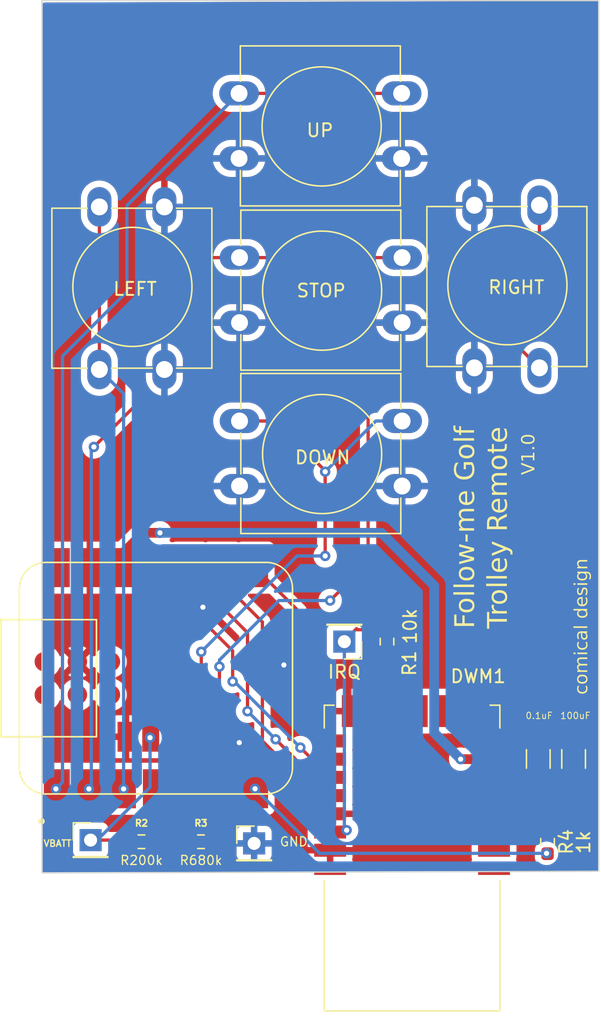
<source format=kicad_pcb>
(kicad_pcb (version 20221018) (generator pcbnew)
  (layers (0 "F.Cu" signal) (31 "B.Cu" signal) (34 "B.Paste" user) (35 "F.Paste" user) (36 "B.SilkS" user "B.Silkscreen") (37 "F.SilkS" user "F.Silkscreen") (38 "B.Mask" user) (39 "F.Mask" user) (44 "Edge.Cuts" user))
  (net 0 "")
  (net 1 "GND")
  (net 2 "+3V3")
  (net 5 "Net-(DWM1-RSTn)")
  (net 14 "CS")
  (net 15 "MOSI")
  (net 16 "MISO")
  (net 17 "CLK")
  (net 18 "IRQ")
  (net 19 "VBATT")
  (net 20 "VBATT_DIV")
  (net 21 "RST")
  (net 22 "UP")
  (net 23 "STOP")
  (net 24 "DOWN")
  (net 25 "LEFT")
  (net 26 "RIGHT")
  (footprint "Capacitor_SMD:C_1206_3216Metric_Pad1.33x1.80mm_HandSolder" (layer "F.Cu") (at 50.165 70.087 -90)
    (fp_text reference "C1" hide)
    (fp_text value "1uF")
    (fp_line (start -0.711252 -0.91) (end 0.711252 -0.91) (stroke (width 0.12)) (layer "F.SilkS"))
    (fp_line (start -0.711252 0.91) (end 0.711252 0.91) (stroke (width 0.12)) (layer "F.SilkS"))
    (pad "1" smd roundrect (at -1.5625 0 270) (size 1.325 1.8) (layers "F.Cu" "F.Paste" "F.Mask") (roundrect_rratio 0.1886792453) (net 1 "GND"))
    (pad "2" smd roundrect (at 1.5625 0 270) (size 1.325 1.8) (layers "F.Cu" "F.Paste" "F.Mask") (roundrect_rratio 0.1886792453) (net 2 "+3V3"))
  )
  (footprint "Resistor_SMD:R_0603_1608Metric_Pad0.98x0.95mm_HandSolder" (layer "F.Cu") (at 24.2335 76.454)
    (fp_text reference "R3" (at 0 -1.43) (layer "F.SilkS") (effects (font (size 0.5 0.5) (thickness 0.125) bold)))
    (fp_text value "R680k" (at 0 1.43) (layer "F.SilkS") (effects (font (size 0.7 0.7) (thickness 0.1))))
    (fp_line (start -0.254724 -0.5225) (end 0.254724 -0.5225) (stroke (width 0.12)) (layer "F.SilkS"))
    (fp_line (start -0.254724 0.5225) (end 0.254724 0.5225) (stroke (width 0.12)) (layer "F.SilkS"))
    (pad "1" smd roundrect (at -0.9125 0) (size 0.975 0.95) (layers "F.Cu" "F.Paste" "F.Mask") (net 20 "VBATT_DIV"))
    (pad "2" smd roundrect (at 0.9125 0) (size 0.975 0.95) (layers "F.Cu" "F.Paste" "F.Mask") (net 1 "GND"))
  )
  (footprint "Button_Switch_THT:SW_PUSH-12mm" (layer "F.Cu") (at 27.198 44.109)
    (fp_text reference "SW3" hide)
    (fp_text value "SW_Push")
    (fp_line (start 0.1 -3.65) (end 12.4 -3.65) (stroke (width 0.12)) (layer "F.SilkS"))
    (fp_line (start 0.1 -0.93) (end 0.1 -3.65) (stroke (width 0.12)) (layer "F.SilkS"))
    (fp_line (start 0.1 4.07) (end 0.1 0.93) (stroke (width 0.12)) (layer "F.SilkS"))
    (fp_line (start 0.1 8.65) (end 0.1 5.93) (stroke (width 0.12)) (layer "F.SilkS"))
    (fp_line (start 12.4 -3.65) (end 12.4 -0.93) (stroke (width 0.12)) (layer "F.SilkS"))
    (fp_line (start 12.4 0.93) (end 12.4 4.07) (stroke (width 0.12)) (layer "F.SilkS"))
    (fp_line (start 12.4 5.93) (end 12.4 8.65) (stroke (width 0.12)) (layer "F.SilkS"))
    (fp_line (start 12.4 8.65) (end 0.1 8.65) (stroke (width 0.12)) (layer "F.SilkS"))
    (fp_circle (center 6.35 2.54) (end 10.16 5.08) (stroke (width 0.12)) (fill none) (layer "F.SilkS"))
    (pad "1" thru_hole oval (at 0 0) (size 3.048 1.85) (drill 1.3) (layers "*.Cu" "*.Mask") (net 24 "DOWN"))
    (pad "1" thru_hole oval (at 12.5 0) (size 3.048 1.85) (drill 1.3) (layers "*.Cu" "*.Mask") (net 24 "DOWN"))
    (pad "2" thru_hole oval (at 0 5) (size 3.048 1.85) (drill 1.3) (layers "*.Cu" "*.Mask") (net 1 "GND"))
    (pad "2" thru_hole oval (at 12.5 5) (size 3.048 1.85) (drill 1.3) (layers "*.Cu" "*.Mask") (net 1 "GND"))
  )
  (footprint "Button_Switch_THT:SW_PUSH-12mm" (layer "F.Cu") (at 27.198 31.548)
    (fp_text reference "SW2" hide)
    (fp_text value "SW_Push")
    (fp_line (start 0.1 -3.65) (end 12.4 -3.65) (stroke (width 0.12)) (layer "F.SilkS"))
    (fp_line (start 0.1 -0.93) (end 0.1 -3.65) (stroke (width 0.12)) (layer "F.SilkS"))
    (fp_line (start 0.1 4.07) (end 0.1 0.93) (stroke (width 0.12)) (layer "F.SilkS"))
    (fp_line (start 0.1 8.65) (end 0.1 5.93) (stroke (width 0.12)) (layer "F.SilkS"))
    (fp_line (start 12.4 -3.65) (end 12.4 -0.93) (stroke (width 0.12)) (layer "F.SilkS"))
    (fp_line (start 12.4 0.93) (end 12.4 4.07) (stroke (width 0.12)) (layer "F.SilkS"))
    (fp_line (start 12.4 5.93) (end 12.4 8.65) (stroke (width 0.12)) (layer "F.SilkS"))
    (fp_line (start 12.4 8.65) (end 0.1 8.65) (stroke (width 0.12)) (layer "F.SilkS"))
    (fp_circle (center 6.35 2.54) (end 10.16 5.08) (stroke (width 0.12)) (fill none) (layer "F.SilkS"))
    (pad "1" thru_hole oval (at 0 0) (size 3.048 1.85) (drill 1.3) (layers "*.Cu" "*.Mask") (net 23 "STOP"))
    (pad "1" thru_hole oval (at 12.5 0) (size 3.048 1.85) (drill 1.3) (layers "*.Cu" "*.Mask") (net 23 "STOP"))
    (pad "2" thru_hole oval (at 0 5) (size 3.048 1.85) (drill 1.3) (layers "*.Cu" "*.Mask") (net 1 "GND"))
    (pad "2" thru_hole oval (at 12.5 5) (size 3.048 1.85) (drill 1.3) (layers "*.Cu" "*.Mask") (net 1 "GND"))
  )
  (footprint "xiao ESP32C3_PCB:XIAO-ESP32C3-14P-2.54-21X17.8MM" (layer "F.Cu") (at 20.772 63.881 90)
    (fp_text reference "U1" hide)
    (fp_text value "XIAO ESP32C3" hide)
    (fp_line (start -8.9 -8.5) (end -8.9 8.5) (stroke (width 0.127)) (layer "F.SilkS"))
    (fp_line (start -6.9 10.5) (end 6.9 10.5) (stroke (width 0.127)) (layer "F.SilkS"))
    (fp_line (start -4.5 -11.92403) (end 4.5 -11.92403) (stroke (width 0.127)) (layer "F.SilkS"))
    (fp_line (start -4.5 -4.57073) (end -4.5 -11.92403) (stroke (width 0.127)) (layer "F.SilkS"))
    (fp_line (start 4.5 -11.92403) (end 4.5 -4.57073) (stroke (width 0.127)) (layer "F.SilkS"))
    (fp_line (start 4.5 -4.57073) (end -4.5 -4.57073) (stroke (width 0.127)) (layer "F.SilkS"))
    (fp_line (start 6.9 -10.49909) (end -6.9 -10.49909) (stroke (width 0.127)) (layer "F.SilkS"))
    (fp_line (start 8.9 8.5) (end 8.9 -8.5) (stroke (width 0.127)) (layer "F.SilkS"))
    (fp_arc (start -8.9 -8.5) (mid -8.301491 -9.901491) (end -6.9 -10.5) (stroke (width 0.12)) (layer "F.SilkS"))
    (fp_arc (start -6.9 10.5) (mid -8.301423 9.901423) (end -8.9 8.5) (stroke (width 0.12)) (layer "F.SilkS"))
    (fp_arc (start 6.9 -10.5) (mid 8.301491 -9.901491) (end 8.9 -8.5) (stroke (width 0.12)) (layer "F.SilkS"))
    (fp_arc (start 8.9 8.5) (mid 8.314214 9.914214) (end 6.9 10.5) (stroke (width 0.12)) (layer "F.SilkS"))
    (fp_circle (center -11 -8.8) (end -11 -9.054) (fill solid) (layer "F.SilkS"))
    (fp_poly (pts (xy -8.887715 -8.561705) (xy -8.884667 -8.610473) (xy -8.880603 -8.659494)) (stroke (width 0.0254)) (fill none) (layer "F.SilkS"))
    (fp_poly (pts (xy 8.889492 8.521574) (xy 8.887713 8.57085) (xy 8.884665 8.619618) (xy 8.880601 8.668639) (xy 8.875268 8.717407) (xy 8.868664 8.766175) (xy 8.861044 8.81469) (xy 8.852153 8.86295) (xy 8.842248 8.910955)) (stroke (width 0.0254)) (fill none) (layer "F.SilkS"))
    (pad "1" smd rect (at -8.5 -7.62 90) (size 3 2) (layers "F.Cu" "F.Paste" "F.Mask") (net 22 "UP"))
    (pad "2" smd rect (at -8.5 -5.08 90) (size 3 2) (layers "F.Cu" "F.Paste" "F.Mask") (net 23 "STOP"))
    (pad "3" smd rect (at -8.5 -2.54 90) (size 3 2) (layers "F.Cu" "F.Paste" "F.Mask") (net 25 "LEFT"))
    (pad "4" smd rect (at -8.5 0 90) (size 3 2) (layers "F.Cu" "F.Paste" "F.Mask") (net 20 "VBATT_DIV"))
    (pad "5" smd rect (at -8.5 2.54 90) (size 3 2) (layers "F.Cu" "F.Paste" "F.Mask") (net 24 "DOWN"))
    (pad "6" smd rect (at -8.5 5.08 270) (size 3 2) (layers "F.Cu" "F.Paste" "F.Mask") (net 26 "RIGHT"))
    (pad "7" smd rect (at -8.5 7.62 90) (size 3 2) (layers "F.Cu" "F.Paste" "F.Mask") (net 21 "RST"))
    (pad "8" smd rect (at 8.5 7.62 90) (size 3 2) (layers "F.Cu" "F.Paste" "F.Mask") (net 14 "CS"))
    (pad "9" smd rect (at 8.5 5.08 90) (size 3 2) (layers "F.Cu" "F.Paste" "F.Mask") (net 17 "CLK"))
    (pad "10" smd rect (at 8.5 2.54 90) (size 3 2) (layers "F.Cu" "F.Paste" "F.Mask") (net 16 "MISO"))
    (pad "11" smd rect (at 8.5 0 90) (size 3 2) (layers "F.Cu" "F.Paste" "F.Mask") (net 15 "MOSI"))
    (pad "12" smd rect (at 8.5 -2.54 90) (size 3 2) (layers "F.Cu" "F.Paste" "F.Mask") (net 2 "+3V3"))
    (pad "13" smd rect (at 8.5 -5.08 90) (size 3 2) (layers "F.Cu" "F.Paste" "F.Mask") (net 1 "GND"))
    (pad "14" smd rect (at 8.5 -7.62 90) (size 3 2) (layers "F.Cu" "F.Paste" "F.Mask"))
    (pad "15" smd circle (at -1.27 -8.58 180) (size 1.5 1.5) (layers "F.Cu" "F.Paste" "F.Mask"))
    (pad "16" smd circle (at 1.27 -8.58 180) (size 1.5 1.5) (layers "F.Cu" "F.Paste" "F.Mask"))
    (pad "17" smd circle (at -1.27 -6.04 180) (size 1.5 1.5) (layers "F.Cu" "F.Paste" "F.Mask"))
    (pad "18" smd circle (at 1.27 -6.04 180) (size 1.5 1.5) (layers "F.Cu" "F.Paste" "F.Mask") (net 1 "GND"))
    (pad "19" smd circle (at -1.27 -3.5 180) (size 1.5 1.5) (layers "F.Cu" "F.Paste" "F.Mask"))
    (pad "20" smd circle (at 1.27 -3.5 180) (size 1.5 1.5) (layers "F.Cu" "F.Paste" "F.Mask"))
    (pad "21" smd rect (at -4.5 -2.3 270) (size 2.3 1.3) (layers "F.Cu" "F.Paste" "F.Mask") (net 1 "GND"))
    (pad "22" smd rect (at -4.5 -0.4 270) (size 2.3 1.3) (layers "F.Cu" "F.Paste" "F.Mask") (net 19 "VBATT"))
    (pad "23" smd rect (at 2.1 0.6 270) (size 3.5 3.5) (layers "F.Cu" "F.Paste" "F.Mask") (net 1 "GND"))
  )
  (footprint "Button_Switch_THT:SW_PUSH-12mm" (layer "F.Cu") (at 45.252 40.022 90)
    (fp_text reference "SW5" hide)
    (fp_text value "SW_Push" hide)
    (fp_line (start 0.1 -3.65) (end 12.4 -3.65) (stroke (width 0.12)) (layer "F.SilkS"))
    (fp_line (start 0.1 -0.93) (end 0.1 -3.65) (stroke (width 0.12)) (layer "F.SilkS"))
    (fp_line (start 0.1 4.07) (end 0.1 0.93) (stroke (width 0.12)) (layer "F.SilkS"))
    (fp_line (start 0.1 8.65) (end 0.1 5.93) (stroke (width 0.12)) (layer "F.SilkS"))
    (fp_line (start 12.4 -3.65) (end 12.4 -0.93) (stroke (width 0.12)) (layer "F.SilkS"))
    (fp_line (start 12.4 0.93) (end 12.4 4.07) (stroke (width 0.12)) (layer "F.SilkS"))
    (fp_line (start 12.4 5.93) (end 12.4 8.65) (stroke (width 0.12)) (layer "F.SilkS"))
    (fp_line (start 12.4 8.65) (end 0.1 8.65) (stroke (width 0.12)) (layer "F.SilkS"))
    (fp_circle (center 6.35 2.54) (end 10.16 5.08) (stroke (width 0.12)) (fill none) (layer "F.SilkS"))
    (pad "1" thru_hole oval (at 0 0 90) (size 3.048 1.85) (drill 1.3) (layers "*.Cu" "*.Mask") (net 1 "GND"))
    (pad "1" thru_hole oval (at 12.5 0 90) (size 3.048 1.85) (drill 1.3) (layers "*.Cu" "*.Mask") (net 1 "GND"))
    (pad "2" thru_hole oval (at 0 5 90) (size 3.048 1.85) (drill 1.3) (layers "*.Cu" "*.Mask") (net 26 "RIGHT"))
    (pad "2" thru_hole oval (at 12.5 5 90) (size 3.048 1.85) (drill 1.3) (layers "*.Cu" "*.Mask") (net 26 "RIGHT"))
  )
  (footprint "Connector_PinHeader_2.54mm:PinHeader_1x01_P2.54mm_Vertical" (layer "F.Cu") (at 15.748 76.327)
    (fp_text reference "VBATT" (at -2.54 0.254) (layer "F.SilkS") (effects (font (size 0.5 0.5) (thickness 0.1))))
    (fp_text value "Batt Conn" hide)
    (fp_line (start -1.33 -1.33) (end 0 -1.33) (stroke (width 0.12)) (layer "F.SilkS"))
    (fp_line (start -1.33 0) (end -1.33 -1.33) (stroke (width 0.12)) (layer "F.SilkS"))
    (fp_line (start -1.33 1.27) (end -1.33 1.33) (stroke (width 0.12)) (layer "F.SilkS"))
    (fp_line (start -1.33 1.27) (end 1.33 1.27) (stroke (width 0.12)) (layer "F.SilkS"))
    (fp_line (start -1.33 1.33) (end 1.33 1.33) (stroke (width 0.12)) (layer "F.SilkS"))
    (fp_line (start 1.33 1.27) (end 1.33 1.33) (stroke (width 0.12)) (layer "F.SilkS"))
    (pad "1" thru_hole rect (at 0 0) (size 1.7 1.7) (drill 1) (layers "*.Cu" "*.Mask") (net 19 "VBATT"))
  )
  (footprint "Connector_PinHeader_2.54mm:PinHeader_1x01_P2.54mm_Vertical" (layer "F.Cu") (at 28.321 76.581)
    (fp_text reference "GND" (at 3.048 -0.127) (layer "F.SilkS") (effects (font (size 0.7 0.7) (thickness 0.1))))
    (fp_text value "Batt Conn" hide)
    (fp_line (start -1.33 -1.33) (end 0 -1.33) (stroke (width 0.12)) (layer "F.SilkS"))
    (fp_line (start -1.33 0) (end -1.33 -1.33) (stroke (width 0.12)) (layer "F.SilkS"))
    (fp_line (start -1.33 1.27) (end -1.33 1.33) (stroke (width 0.12)) (layer "F.SilkS"))
    (fp_line (start -1.33 1.27) (end 1.33 1.27) (stroke (width 0.12)) (layer "F.SilkS"))
    (fp_line (start -1.33 1.33) (end 1.33 1.33) (stroke (width 0.12)) (layer "F.SilkS"))
    (fp_line (start 1.33 1.27) (end 1.33 1.33) (stroke (width 0.12)) (layer "F.SilkS"))
    (pad "1" thru_hole rect (at 0 0) (size 1.7 1.7) (drill 1) (layers "*.Cu" "*.Mask") (net 1 "GND"))
  )
  (footprint "Resistor_SMD:R_0603_1608Metric_Pad0.98x0.95mm_HandSolder" (layer "F.Cu") (at 38.536 61.07 -90)
    (fp_text reference "R1" (at 1.668 -1.723 90) (layer "F.SilkS"))
    (fp_text value "R10k")
    (fp_line (start -0.254724 -0.5225) (end 0.254724 -0.5225) (stroke (width 0.12)) (layer "F.SilkS"))
    (fp_line (start -0.254724 0.5225) (end 0.254724 0.5225) (stroke (width 0.12)) (layer "F.SilkS"))
    (pad "1" smd roundrect (at -0.9125 0 270) (size 0.975 0.95) (layers "F.Cu" "F.Paste" "F.Mask") (net 18 "IRQ"))
    (pad "2" smd roundrect (at 0.9125 0 270) (size 0.975 0.95) (layers "F.Cu" "F.Paste" "F.Mask") (net 1 "GND"))
  )
  (footprint "Resistor_SMD:R_0603_1608Metric_Pad0.98x0.95mm_HandSolder" (layer "F.Cu") (at 50.877 76.4605 -90)
    (fp_text reference "R4" (at 0 -1.43 90) (layer "F.SilkS"))
    (fp_text value "R1k")
    (fp_line (start -0.254724 -0.5225) (end 0.254724 -0.5225) (stroke (width 0.12)) (layer "F.SilkS"))
    (fp_line (start -0.254724 0.5225) (end 0.254724 0.5225) (stroke (width 0.12)) (layer "F.SilkS"))
    (pad "1" smd roundrect (at -0.9125 0 270) (size 0.975 0.95) (layers "F.Cu" "F.Paste" "F.Mask") (net 5 "Net-(DWM1-RSTn)"))
    (pad "2" smd roundrect (at 0.9125 0 270) (size 0.975 0.95) (layers "F.Cu" "F.Paste" "F.Mask") (net 21 "RST"))
  )
  (footprint "Button_Switch_THT:SW_PUSH-12mm" (layer "F.Cu") (at 27.161 18.923)
    (fp_text reference "SW1" hide)
    (fp_text value "SW_Push")
    (fp_line (start 0.1 -3.65) (end 12.4 -3.65) (stroke (width 0.12)) (layer "F.SilkS"))
    (fp_line (start 0.1 -0.93) (end 0.1 -3.65) (stroke (width 0.12)) (layer "F.SilkS"))
    (fp_line (start 0.1 4.07) (end 0.1 0.93) (stroke (width 0.12)) (layer "F.SilkS"))
    (fp_line (start 0.1 8.65) (end 0.1 5.93) (stroke (width 0.12)) (layer "F.SilkS"))
    (fp_line (start 12.4 -3.65) (end 12.4 -0.93) (stroke (width 0.12)) (layer "F.SilkS"))
    (fp_line (start 12.4 0.93) (end 12.4 4.07) (stroke (width 0.12)) (layer "F.SilkS"))
    (fp_line (start 12.4 5.93) (end 12.4 8.65) (stroke (width 0.12)) (layer "F.SilkS"))
    (fp_line (start 12.4 8.65) (end 0.1 8.65) (stroke (width 0.12)) (layer "F.SilkS"))
    (fp_circle (center 6.35 2.54) (end 10.16 5.08) (stroke (width 0.12)) (fill none) (layer "F.SilkS"))
    (pad "1" thru_hole oval (at 0 0) (size 3.048 1.85) (drill 1.3) (layers "*.Cu" "*.Mask") (net 22 "UP"))
    (pad "1" thru_hole oval (at 12.5 0) (size 3.048 1.85) (drill 1.3) (layers "*.Cu" "*.Mask") (net 22 "UP"))
    (pad "2" thru_hole oval (at 0 5) (size 3.048 1.85) (drill 1.3) (layers "*.Cu" "*.Mask") (net 1 "GND"))
    (pad "2" thru_hole oval (at 12.5 5) (size 3.048 1.85) (drill 1.3) (layers "*.Cu" "*.Mask") (net 1 "GND"))
  )
  (footprint "Resistor_SMD:R_0603_1608Metric_Pad0.98x0.95mm_HandSolder" (layer "F.Cu") (at 19.6615 76.454)
    (fp_text reference "R2" (at 0 -1.43) (layer "F.SilkS") (effects (font (size 0.5 0.5) (thickness 0.125) bold)))
    (fp_text value "R200k" (at 0 1.43) (layer "F.SilkS") (effects (font (size 0.7 0.7) (thickness 0.1))))
    (fp_line (start -0.254724 -0.5225) (end 0.254724 -0.5225) (stroke (width 0.12)) (layer "F.SilkS"))
    (fp_line (start -0.254724 0.5225) (end 0.254724 0.5225) (stroke (width 0.12)) (layer "F.SilkS"))
    (pad "1" smd roundrect (at -0.9125 0) (size 0.975 0.95) (layers "F.Cu" "F.Paste" "F.Mask") (net 19 "VBATT"))
    (pad "2" smd roundrect (at 0.9125 0) (size 0.975 0.95) (layers "F.Cu" "F.Paste" "F.Mask") (net 20 "VBATT_DIV"))
  )
  (footprint "Capacitor_SMD:C_1206_3216Metric_Pad1.33x1.80mm_HandSolder" (layer "F.Cu") (at 52.882 70.087 -90)
    (fp_text reference "C2" hide)
    (fp_text value "100uF")
    (fp_line (start -0.711252 -0.91) (end 0.711252 -0.91) (stroke (width 0.12)) (layer "F.SilkS"))
    (fp_line (start -0.711252 0.91) (end 0.711252 0.91) (stroke (width 0.12)) (layer "F.SilkS"))
    (pad "1" smd roundrect (at -1.5625 0 270) (size 1.325 1.8) (layers "F.Cu" "F.Paste" "F.Mask") (roundrect_rratio 0.1886792453) (net 1 "GND"))
    (pad "2" smd roundrect (at 1.5625 0 270) (size 1.325 1.8) (layers "F.Cu" "F.Paste" "F.Mask") (roundrect_rratio 0.1886792453) (net 2 "+3V3"))
  )
  (footprint "RF_Module:DWM1000" (layer "F.Cu") (at 40.463 77.707 180)
    (fp_text reference "DWM1" (at -5.08 13.97) (layer "F.SilkS"))
    (fp_text value "DWM1000")
    (fp_line (start -6.75 -11.75) (end -6.75 -1.75) (stroke (width 0.12)) (layer "F.SilkS"))
    (fp_line (start -6.75 -11.75) (end 6.75 -11.75) (stroke (width 0.12)) (layer "F.SilkS"))
    (fp_line (start -6.75 11.75) (end -6.75 10) (stroke (width 0.12)) (layer "F.SilkS"))
    (fp_line (start -6 11.75) (end -6.75 11.75) (stroke (width 0.12)) (layer "F.SilkS"))
    (fp_line (start 6 11.75) (end 6.75 11.75) (stroke (width 0.12)) (layer "F.SilkS"))
    (fp_line (start 6.75 -11.75) (end 6.75 -1.75) (stroke (width 0.12)) (layer "F.SilkS"))
    (fp_line (start 6.75 11.75) (end 6.75 10) (stroke (width 0.12)) (layer "F.SilkS"))
    (pad "1" smd rect (at -6.3 -0.7988 270) (size 1 2.45) (layers "F.Cu" "F.Paste" "F.Mask"))
    (pad "2" smd rect (at -6.3 0.6012 270) (size 1 2.45) (layers "F.Cu" "F.Paste" "F.Mask"))
    (pad "3" smd rect (at -6.3 2.0012 270) (size 1 2.45) (layers "F.Cu" "F.Paste" "F.Mask") (net 5 "Net-(DWM1-RSTn)"))
    (pad "4" smd rect (at -6.3 3.4012 270) (size 1 2.45) (layers "F.Cu" "F.Paste" "F.Mask"))
    (pad "5" smd rect (at -6.3 4.8012 270) (size 1 2.45) (layers "F.Cu" "F.Paste" "F.Mask") (net 2 "+3V3"))
    (pad "6" smd rect (at -6.3 6.2012 270) (size 1 2.45) (layers "F.Cu" "F.Paste" "F.Mask") (net 2 "+3V3"))
    (pad "7" smd rect (at -6.3 7.6012 270) (size 1 2.45) (layers "F.Cu" "F.Paste" "F.Mask") (net 2 "+3V3"))
    (pad "8" smd rect (at -6.3 9.0012 270) (size 1 2.45) (layers "F.Cu" "F.Paste" "F.Mask") (net 1 "GND"))
    (pad "9" smd rect (at -4.9 11.2962 180) (size 1 2.45) (layers "F.Cu" "F.Paste" "F.Mask"))
    (pad "10" smd rect (at -3.5 11.2962 180) (size 1 2.45) (layers "F.Cu" "F.Paste" "F.Mask"))
    (pad "11" smd rect (at -2.1 11.2962 180) (size 1 2.45) (layers "F.Cu" "F.Paste" "F.Mask"))
    (pad "12" smd rect (at -0.7 11.2962 180) (size 1 2.45) (layers "F.Cu" "F.Paste" "F.Mask"))
    (pad "13" smd rect (at 0.7 11.2962 180) (size 1 2.45) (layers "F.Cu" "F.Paste" "F.Mask"))
    (pad "14" smd rect (at 2.1 11.2962 180) (size 1 2.45) (layers "F.Cu" "F.Paste" "F.Mask"))
    (pad "15" smd rect (at 3.5 11.2962 180) (size 1 2.45) (layers "F.Cu" "F.Paste" "F.Mask"))
    (pad "16" smd rect (at 4.9 11.2962 180) (size 1 2.45) (layers "F.Cu" "F.Paste" "F.Mask") (net 1 "GND"))
    (pad "17" smd rect (at 6.3 9 270) (size 1 2.45) (layers "F.Cu" "F.Paste" "F.Mask") (net 14 "CS"))
    (pad "18" smd rect (at 6.3 7.6 270) (size 1 2.45) (layers "F.Cu" "F.Paste" "F.Mask") (net 15 "MOSI"))
    (pad "19" smd rect (at 6.3 6.2012 270) (size 1 2.45) (layers "F.Cu" "F.Paste" "F.Mask") (net 16 "MISO"))
    (pad "20" smd rect (at 6.3 4.8012 270) (size 1 2.45) (layers "F.Cu" "F.Paste" "F.Mask") (net 17 "CLK"))
    (pad "21" smd rect (at 6.3 3.4012 270) (size 1 2.45) (layers "F.Cu" "F.Paste" "F.Mask") (net 1 "GND"))
    (pad "22" smd rect (at 6.3 2.0012 270) (size 1 2.45) (layers "F.Cu" "F.Paste" "F.Mask") (net 18 "IRQ"))
    (pad "23" smd rect (at 6.3 0.6012 270) (size 1 2.45) (layers "F.Cu" "F.Paste" "F.Mask") (net 1 "GND"))
    (pad "24" smd rect (at 6.3 -0.7988 270) (size 1 2.45) (layers "F.Cu" "F.Paste" "F.Mask") (net 1 "GND"))
    (zone (net 0) (net_name "") (layers "*.Cu") (connect_pads (clearance 0)) (min_thickness 0.254)
      (keepout (tracks not_allowed) (vias not_allowed) (pads not_allowed) (copperpour not_allowed) (footprints not_allowed))
      (fill (thermal_gap 0.508) (thermal_bridge_width 0.508))
      (polygon (pts (xy 49.353 79.027) (xy 31.573 79.027) (xy 31.573 90.407) (xy 49.353 90.407)))
    )
  )
  (footprint "Button_Switch_THT:SW_PUSH-12mm" (layer "F.Cu") (at 16.423 40.149 90)
    (fp_text reference "SW4" hide)
    (fp_text value "SW_Push")
    (fp_line (start 0.1 -3.65) (end 12.4 -3.65) (stroke (width 0.12)) (layer "F.SilkS"))
    (fp_line (start 0.1 -0.93) (end 0.1 -3.65) (stroke (width 0.12)) (layer "F.SilkS"))
    (fp_line (start 0.1 4.07) (end 0.1 0.93) (stroke (width 0.12)) (layer "F.SilkS"))
    (fp_line (start 0.1 8.65) (end 0.1 5.93) (stroke (width 0.12)) (layer "F.SilkS"))
    (fp_line (start 12.4 -3.65) (end 12.4 -0.93) (stroke (width 0.12)) (layer "F.SilkS"))
    (fp_line (start 12.4 0.93) (end 12.4 4.07) (stroke (width 0.12)) (layer "F.SilkS"))
    (fp_line (start 12.4 5.93) (end 12.4 8.65) (stroke (width 0.12)) (layer "F.SilkS"))
    (fp_line (start 12.4 8.65) (end 0.1 8.65) (stroke (width 0.12)) (layer "F.SilkS"))
    (fp_circle (center 6.35 2.54) (end 10.16 5.08) (stroke (width 0.12)) (fill none) (layer "F.SilkS"))
    (pad "1" thru_hole oval (at 0 0 90) (size 3.048 1.85) (drill 1.3) (layers "*.Cu" "*.Mask") (net 25 "LEFT"))
    (pad "1" thru_hole oval (at 12.5 0 90) (size 3.048 1.85) (drill 1.3) (layers "*.Cu" "*.Mask") (net 25 "LEFT"))
    (pad "2" thru_hole oval (at 0 5 90) (size 3.048 1.85) (drill 1.3) (layers "*.Cu" "*.Mask") (net 1 "GND"))
    (pad "2" thru_hole oval (at 12.5 5 90) (size 3.048 1.85) (drill 1.3) (layers "*.Cu" "*.Mask") (net 1 "GND"))
  )
  (footprint "Connector_PinHeader_2.54mm:PinHeader_1x01_P2.54mm_Vertical" (layer "F.Cu") (at 35.256 61.07 180)
    (fp_text reference "IRQ" (at 0 -2.33) (layer "F.SilkS"))
    (fp_text value "IRQ Test Point")
    (fp_line (start -1.33 -1.33) (end 0 -1.33) (stroke (width 0.12)) (layer "F.SilkS"))
    (fp_line (start -1.33 0) (end -1.33 -1.33) (stroke (width 0.12)) (layer "F.SilkS"))
    (fp_line (start -1.33 1.27) (end -1.33 1.33) (stroke (width 0.12)) (layer "F.SilkS"))
    (fp_line (start -1.33 1.27) (end 1.33 1.27) (stroke (width 0.12)) (layer "F.SilkS"))
    (fp_line (start -1.33 1.33) (end 1.33 1.33) (stroke (width 0.12)) (layer "F.SilkS"))
    (fp_line (start 1.33 1.27) (end 1.33 1.33) (stroke (width 0.12)) (layer "F.SilkS"))
    (pad "1" thru_hole rect (at 0 0 180) (size 1.7 1.7) (drill 1) (layers "*.Cu" "*.Mask") (net 18 "IRQ"))
  )
  (gr_poly (pts (xy 12.015 11.794) (xy 54.814 11.794) (xy 54.814 78.723) (xy 12.015 78.85)) (stroke (width 0.1)) (fill none) (layer "Edge.Cuts"))
  (gr_text "LEFT" (at 17.399 34.544) (layer "F.SilkS") (effects (font (size 1 1)) (justify left bottom)))
  (gr_text "10k" (at 40.894 61.341 90) (layer "F.SilkS") (effects (font (size 1 1)) (justify left bottom)))
  (gr_text "Follow-me Golf \nTrolley Remote" (at 48.006 60.071 90) (layer "F.SilkS") (effects (font (size 1.5 1.5) (thickness 0.2)) (justify left bottom)))
  (gr_text "DOWN" (at 31.369 47.498) (layer "F.SilkS") (effects (font (size 1 1)) (justify left bottom)))
  (gr_text "STOP\n" (at 31.496 34.671) (layer "F.SilkS") (effects (font (size 1 1)) (justify left bottom)))
  (gr_text "UP" (at 32.258 22.352) (layer "F.SilkS") (effects (font (size 1 1)) (justify left bottom)))
  (gr_text "1k" (at 54.229 77.47 90) (layer "F.SilkS") (effects (font (size 1 1)) (justify left bottom)))
  (gr_text "RIGHT\n" (at 46.228 34.417) (layer "F.SilkS") (effects (font (size 1 1)) (justify left bottom)))
  (gr_text "comical design" (at 54.102 65.151 90) (layer "F.SilkS") (effects (font (size 1 1)) (justify left bottom)))
  (gr_text "0.1uF" (at 49.149 67.056) (layer "F.SilkS") (effects (font (size 0.5 0.5) (thickness 0.07)) (justify left bottom)))
  (gr_text "100uF" (at 51.816 67.056) (layer "F.SilkS") (effects (font (size 0.5 0.5) (thickness 0.07)) (justify left bottom)))
  (gr_text "V1.0" (at 50.038 48.26 90) (layer "F.SilkS") (effects (font (size 1 1)) (justify left bottom)))
  (via (at 27.178 68.834) (size 0.8) (drill 0.4) (layers "F.Cu" "B.Cu") (net 1))
  (via (at 30.607 62.865) (size 0.8) (drill 0.4) (layers "F.Cu" "B.Cu") (net 1))
  (via (at 24.384 58.42) (size 0.8) (drill 0.4) (layers "F.Cu" "B.Cu") (net 1))
  (segment (start 18.232 54.271) (end 19.798 52.705) (width 0.75) (layer "F.Cu") (net 2))
  (segment (start 46.763 70.1058) (end 46.763 71.5058) (width 0.75) (layer "F.Cu") (net 2))
  (segment (start 18.232 55.381) (end 18.232 54.271) (width 0.75) (layer "F.Cu") (net 2))
  (segment (start 46.763 71.5058) (end 50.0983 71.5058) (width 0.75) (layer "F.Cu") (net 2))
  (segment (start 46.763 71.5058) (end 46.763 72.9058) (width 0.75) (layer "F.Cu") (net 2))
  (segment (start 46.763 70.1058) (end 44.1978 70.1058) (width 0.75) (layer "F.Cu") (net 2))
  (segment (start 50.242 71.6495) (end 53.544 71.6495) (width 0.75) (layer "F.Cu") (net 2))
  (segment (start 44.1978 70.1058) (end 44.196 70.104) (width 0.75) (layer "F.Cu") (net 2))
  (segment (start 50.0983 71.5058) (end 50.242 71.6495) (width 0.5) (layer "F.Cu") (net 2))
  (segment (start 19.798 52.705) (end 21.082 52.705) (width 0.75) (layer "F.Cu") (net 2))
  (via (at 21.082 52.705) (size 0.8) (drill 0.4) (layers "F.Cu" "B.Cu") (net 2))
  (via (at 44.196 70.104) (size 0.8) (drill 0.4) (layers "F.Cu" "B.Cu") (net 2))
  (segment (start 42.164 68.072) (end 42.164 56.769) (width 0.75) (layer "B.Cu") (net 2))
  (segment (start 38.1 52.705) (end 21.082 52.705) (width 0.75) (layer "B.Cu") (net 2))
  (segment (start 44.196 70.104) (end 42.164 68.072) (width 0.75) (layer "B.Cu") (net 2))
  (segment (start 42.164 56.769) (end 38.1 52.705) (width 0.75) (layer "B.Cu") (net 2))
  (segment (start 46.763 75.7058) (end 50.7192 75.7058) (width 0.25) (layer "F.Cu") (net 5))
  (segment (start 50.7192 75.7058) (end 50.877 75.548) (width 0.25) (layer "F.Cu") (net 5))
  (segment (start 31.75 58.739) (end 28.392 55.381) (width 0.25) (layer "F.Cu") (net 14))
  (segment (start 34.163 68.707) (end 31.75 66.294) (width 0.25) (layer "F.Cu") (net 14))
  (segment (start 31.75 66.294) (end 31.75 58.739) (width 0.25) (layer "F.Cu") (net 14))
  (segment (start 32.769 70.107) (end 31.877 69.215) (width 0.25) (layer "F.Cu") (net 15))
  (segment (start 26.67 61.779) (end 20.772 55.881) (width 0.25) (layer "F.Cu") (net 15))
  (segment (start 26.67 64.135) (end 26.67 61.779) (width 0.25) (layer "F.Cu") (net 15))
  (segment (start 34.163 70.107) (end 32.769 70.107) (width 0.25) (layer "F.Cu") (net 15))
  (segment (start 20.772 55.881) (end 20.772 55.381) (width 0.25) (layer "F.Cu") (net 15))
  (via (at 26.67 64.135) (size 0.8) (drill 0.4) (layers "F.Cu" "B.Cu") (net 15))
  (via (at 31.877 69.215) (size 0.8) (drill 0.4) (layers "F.Cu" "B.Cu") (net 15))
  (segment (start 31.877 69.215) (end 26.797 64.135) (width 0.25) (layer "B.Cu") (net 15))
  (segment (start 26.797 64.135) (end 26.67 64.135) (width 0.25) (layer "B.Cu") (net 15))
  (segment (start 27.813 60.382) (end 23.312 55.881) (width 0.25) (layer "F.Cu") (net 16))
  (segment (start 27.813 66.421) (end 27.813 60.382) (width 0.25) (layer "F.Cu") (net 16))
  (segment (start 32.8978 71.5058) (end 29.972 68.58) (width 0.25) (layer "F.Cu") (net 16))
  (segment (start 23.312 55.881) (end 23.312 55.381) (width 0.25) (layer "F.Cu") (net 16))
  (segment (start 34.163 71.5058) (end 32.8978 71.5058) (width 0.25) (layer "F.Cu") (net 16))
  (via (at 27.813 66.421) (size 0.8) (drill 0.4) (layers "F.Cu" "B.Cu") (net 16))
  (via (at 29.972 68.58) (size 0.8) (drill 0.4) (layers "F.Cu" "B.Cu") (net 16))
  (segment (start 29.972 68.58) (end 27.813 66.421) (width 0.25) (layer "B.Cu") (net 16))
  (segment (start 25.852 56.459) (end 28.956 59.563) (width 0.25) (layer "F.Cu") (net 17))
  (segment (start 33.1548 72.9058) (end 34.163 72.9058) (width 0.25) (layer "F.Cu") (net 17))
  (segment (start 25.852 55.381) (end 25.852 56.459) (width 0.25) (layer "F.Cu") (net 17))
  (segment (start 28.956 59.563) (end 28.956 68.707) (width 0.25) (layer "F.Cu") (net 17))
  (segment (start 28.956 68.707) (end 33.1548 72.9058) (width 0.25) (layer "F.Cu") (net 17))
  (segment (start 35.256 61.01) (end 36.195 60.071) (width 0.25) (layer "F.Cu") (net 18))
  (segment (start 34.163 75.7058) (end 35.2922 75.7058) (width 0.25) (layer "F.Cu") (net 18))
  (segment (start 36.195 60.071) (end 36.2815 60.1575) (width 0.25) (layer "F.Cu") (net 18))
  (segment (start 35.256 61.07) (end 35.256 61.01) (width 0.25) (layer "F.Cu") (net 18))
  (segment (start 36.2815 60.1575) (end 38.536 60.1575) (width 0.25) (layer "F.Cu") (net 18))
  (segment (start 35.2922 75.7058) (end 35.433 75.565) (width 0.25) (layer "F.Cu") (net 18))
  (via (at 35.433 75.565) (size 0.8) (drill 0.4) (layers "F.Cu" "B.Cu") (net 18))
  (segment (start 35.256 75.388) (end 35.256 61.07) (width 0.25) (layer "B.Cu") (net 18))
  (segment (start 35.433 75.565) (end 35.256 75.388) (width 0.25) (layer "B.Cu") (net 18))
  (segment (start 18.622 76.327) (end 18.749 76.454) (width 0.25) (layer "F.Cu") (net 19))
  (segment (start 15.748 76.327) (end 18.622 76.327) (width 0.25) (layer "F.Cu") (net 19))
  (via (at 20.32 68.453) (size 0.8) (drill 0.4) (layers "F.Cu" "B.Cu") (net 19))
  (segment (start 20.32 68.453) (end 20.32 72.263) (width 0.25) (layer "B.Cu") (net 19))
  (segment (start 16.256 76.327) (end 15.748 76.327) (width 0.25) (layer "B.Cu") (net 19))
  (segment (start 20.32 72.263) (end 16.256 76.327) (width 0.25) (layer "B.Cu") (net 19))
  (segment (start 20.574 76.454) (end 23.321 76.454) (width 0.25) (layer "F.Cu") (net 20))
  (segment (start 20.772 76.256) (end 20.574 76.454) (width 0.25) (layer "F.Cu") (net 20))
  (segment (start 20.772 72.381) (end 20.772 76.256) (width 0.25) (layer "F.Cu") (net 20))
  (segment (start 50.83 77.373) (end 50.8 77.343) (width 0.25) (layer "F.Cu") (net 21))
  (segment (start 50.877 77.373) (end 50.83 77.373) (width 0.25) (layer "F.Cu") (net 21))
  (via (at 28.392 72.381) (size 0.8) (drill 0.4) (layers "F.Cu" "B.Cu") (net 21))
  (via (at 50.8 77.343) (size 0.8) (drill 0.4) (layers "F.Cu" "B.Cu") (net 21))
  (segment (start 33.354 77.343) (end 28.392 72.381) (width 0.25) (layer "B.Cu") (net 21))
  (segment (start 50.8 77.343) (end 33.354 77.343) (width 0.25) (layer "B.Cu") (net 21))
  (segment (start 27.161 18.923) (end 39.661 18.923) (width 0.25) (layer "F.Cu") (net 22))
  (via (at 13.081 72.39) (size 0.8) (drill 0.4) (layers "F.Cu" "B.Cu") (net 22))
  (segment (start 13.589 71.882) (end 13.081 72.39) (width 0.25) (layer "B.Cu") (net 22))
  (segment (start 27.161 18.923) (end 18.542 27.542) (width 0.25) (layer "B.Cu") (net 22))
  (segment (start 18.542 27.542) (end 18.542 34.163) (width 0.25) (layer "B.Cu") (net 22))
  (segment (start 13.589 39.116) (end 13.589 71.882) (width 0.25) (layer "B.Cu") (net 22))
  (segment (start 18.542 34.163) (end 13.589 39.116) (width 0.25) (layer "B.Cu") (net 22))
  (segment (start 19.05 43.053) (end 19.05 36.449) (width 0.25) (layer "F.Cu") (net 23))
  (segment (start 16.002 46.101) (end 19.05 43.053) (width 0.25) (layer "F.Cu") (net 23))
  (segment (start 23.951 31.548) (end 27.198 31.548) (width 0.25) (layer "F.Cu") (net 23))
  (segment (start 19.05 36.449) (end 23.951 31.548) (width 0.25) (layer "F.Cu") (net 23))
  (segment (start 27.198 31.548) (end 39.698 31.548) (width 0.25) (layer "F.Cu") (net 23))
  (via (at 15.621 72.39) (size 0.8) (drill 0.4) (layers "F.Cu" "B.Cu") (net 23))
  (via (at 16.002 46.101) (size 0.8) (drill 0.4) (layers "F.Cu" "B.Cu") (net 23))
  (segment (start 16.002 46.101) (end 15.802 46.301) (width 0.25) (layer "B.Cu") (net 23))
  (segment (start 15.802 46.301) (end 15.802 72.209) (width 0.25) (layer "B.Cu") (net 23))
  (segment (start 15.802 72.209) (end 15.621 72.39) (width 0.25) (layer "B.Cu") (net 23))
  (segment (start 33.782 48.006) (end 33.782 47.936) (width 0.25) (layer "F.Cu") (net 24))
  (segment (start 23.312 72.381) (end 24.257 71.436) (width 0.25) (layer "F.Cu") (net 24))
  (segment (start 33.782 54.483) (end 33.782 48.006) (width 0.25) (layer "F.Cu") (net 24))
  (segment (start 29.955 44.109) (end 27.198 44.109) (width 0.25) (layer "F.Cu") (net 24))
  (segment (start 33.782 47.936) (end 29.955 44.109) (width 0.25) (layer "F.Cu") (net 24))
  (segment (start 24.257 71.436) (end 24.257 61.849) (width 0.25) (layer "F.Cu") (net 24))
  (via (at 33.782 48.006) (size 0.8) (drill 0.4) (layers "F.Cu" "B.Cu") (net 24))
  (via (at 24.257 61.849) (size 0.8) (drill 0.4) (layers "F.Cu" "B.Cu") (net 24))
  (via (at 33.782 54.483) (size 0.8) (drill 0.4) (layers "F.Cu" "B.Cu") (net 24))
  (segment (start 24.257 61.849) (end 31.623 54.483) (width 0.25) (layer "B.Cu") (net 24))
  (segment (start 33.782 48.006) (end 37.679 44.109) (width 0.25) (layer "B.Cu") (net 24))
  (segment (start 31.623 54.483) (end 33.782 54.483) (width 0.25) (layer "B.Cu") (net 24))
  (segment (start 37.679 44.109) (end 39.698 44.109) (width 0.25) (layer "B.Cu") (net 24))
  (segment (start 16.423 40.149) (end 16.423 27.649) (width 0.25) (layer "F.Cu") (net 25))
  (via (at 18.288 72.39) (size 0.8) (drill 0.4) (layers "F.Cu" "B.Cu") (net 25))
  (segment (start 18.288 42.014) (end 16.346 40.072) (width 0.25) (layer "B.Cu") (net 25))
  (segment (start 18.288 72.39) (end 18.288 42.014) (width 0.25) (layer "B.Cu") (net 25))
  (segment (start 46.766 36.536) (end 50.252 33.05) (width 0.25) (layer "F.Cu") (net 26))
  (segment (start 37.084 54.991) (end 37.084 42.799) (width 0.25) (layer "F.Cu") (net 26))
  (segment (start 25.654 62.992) (end 25.654 72.183) (width 0.25) (layer "F.Cu") (net 26))
  (segment (start 34.163 57.912) (end 37.084 54.991) (width 0.25) (layer "F.Cu") (net 26))
  (segment (start 25.654 72.183) (end 25.852 72.381) (width 0.25) (layer "F.Cu") (net 26))
  (segment (start 46.766 36.536) (end 50.252 40.022) (width 0.25) (layer "F.Cu") (net 26))
  (segment (start 37.084 42.799) (end 43.347 36.536) (width 0.25) (layer "F.Cu") (net 26))
  (segment (start 50.252 33.05) (end 50.252 27.522) (width 0.25) (layer "F.Cu") (net 26))
  (segment (start 25.852 72.381) (end 25.527 72.056) (width 0.25) (layer "F.Cu") (net 26))
  (segment (start 25.527 63.119) (end 25.654 62.992) (width 0.25) (layer "F.Cu") (net 26))
  (segment (start 43.347 36.536) (end 46.766 36.536) (width 0.25) (layer "F.Cu") (net 26))
  (via (at 34.163 57.912) (size 0.8) (drill 0.4) (layers "F.Cu" "B.Cu") (net 26))
  (via (at 25.654 62.992) (size 0.8) (drill 0.4) (layers "F.Cu" "B.Cu") (net 26))
  (segment (start 25.654 62.484) (end 30.226 57.912) (width 0.25) (layer "B.Cu") (net 26))
  (segment (start 30.226 57.912) (end 34.163 57.912) (width 0.25) (layer "B.Cu") (net 26))
  (segment (start 25.654 62.992) (end 25.654 62.484) (width 0.25) (layer "B.Cu") (net 26))
  (zone (net 1) (net_name "GND") (layers "F&B.Cu") (connect_pads (clearance 0.5)) (min_thickness 0.25) (fill yes (thermal_gap 0.5) (thermal_bridge_width 0.5))
    (polygon (pts (xy 12.065 11.938) (xy 54.991 11.811) (xy 54.991 78.74) (xy 12.065 78.867)))
  )
  (zone (net 1) (net_name "GND") (layers "F&B.Cu") (priority 1) (connect_pads (clearance 0.5)) (min_thickness 0.25) (fill yes (thermal_gap 0.5) (thermal_bridge_width 0.5))
    (polygon (pts (xy 12.065 11.938) (xy 54.991 11.811) (xy 54.991 78.74) (xy 12.065 78.867)))
  )
)
</source>
